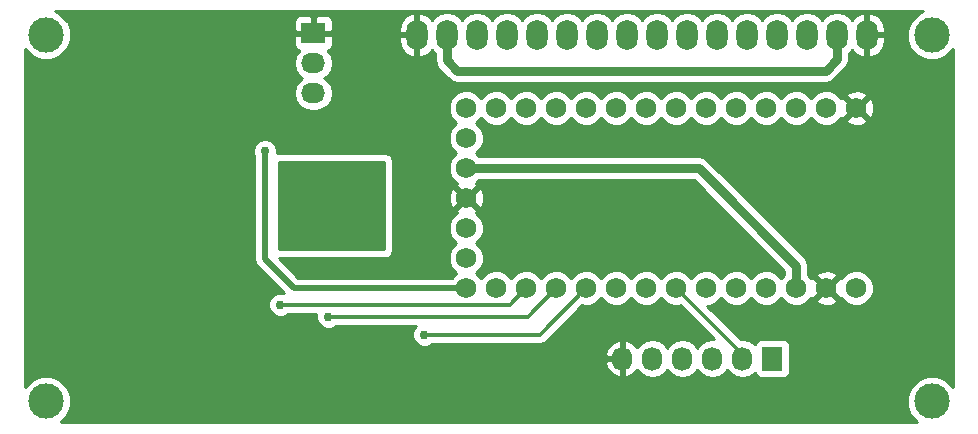
<source format=gbl>
G04 #@! TF.FileFunction,Copper,L2,Bot,Signal*
%FSLAX46Y46*%
G04 Gerber Fmt 4.6, Leading zero omitted, Abs format (unit mm)*
G04 Created by KiCad (PCBNEW 4.0.1-3.201512221402+6198~38~ubuntu14.04.1-stable) date Sat 13 Aug 2016 05:43:18 PM PDT*
%MOMM*%
G01*
G04 APERTURE LIST*
%ADD10C,0.100000*%
%ADD11C,1.727200*%
%ADD12R,1.727200X2.032000*%
%ADD13O,1.727200X2.032000*%
%ADD14O,1.800000X2.600000*%
%ADD15C,3.000000*%
%ADD16R,2.032000X1.727200*%
%ADD17O,2.032000X1.727200*%
%ADD18C,0.762000*%
%ADD19C,0.762000*%
%ADD20C,0.508000*%
%ADD21C,0.330200*%
%ADD22C,0.254000*%
G04 APERTURE END LIST*
D10*
D11*
X168910000Y-106045000D03*
X166370000Y-106045000D03*
X163830000Y-106045000D03*
X161290000Y-106045000D03*
X158750000Y-106045000D03*
X156210000Y-106045000D03*
X153670000Y-106045000D03*
X151130000Y-106045000D03*
X148590000Y-106045000D03*
X146050000Y-106045000D03*
X143510000Y-106045000D03*
X140970000Y-106045000D03*
X138430000Y-106045000D03*
X135890000Y-106045000D03*
X135890000Y-108585000D03*
X135890000Y-111125000D03*
X135890000Y-113665000D03*
X135890000Y-116205000D03*
X135890000Y-118745000D03*
X135890000Y-121285000D03*
X143510000Y-121285000D03*
X163830000Y-121285000D03*
X148590000Y-121285000D03*
X146050000Y-121285000D03*
X166370000Y-121285000D03*
X158750000Y-121285000D03*
X168910000Y-121285000D03*
X156210000Y-121285000D03*
X153670000Y-121285000D03*
X151130000Y-121285000D03*
X161290000Y-121285000D03*
X138430000Y-121285000D03*
X140970000Y-121285000D03*
D12*
X161798000Y-127254000D03*
D13*
X159258000Y-127254000D03*
X156718000Y-127254000D03*
X154178000Y-127254000D03*
X151638000Y-127254000D03*
X149098000Y-127254000D03*
D14*
X169801540Y-99855020D03*
X167261540Y-99855020D03*
X164721540Y-99855020D03*
X162181540Y-99855020D03*
X159641540Y-99855020D03*
X157101540Y-99855020D03*
X154561540Y-99855020D03*
X152021540Y-99855020D03*
X149481540Y-99855020D03*
X146941540Y-99855020D03*
X144401540Y-99855020D03*
X141861540Y-99855020D03*
X139321540Y-99855020D03*
X136781540Y-99855020D03*
X134241540Y-99855020D03*
X131701540Y-99855020D03*
D15*
X175300640Y-99855020D03*
X175300640Y-130855720D03*
X100302060Y-130855720D03*
X100302060Y-99855020D03*
D16*
X122936000Y-99695000D03*
D17*
X122936000Y-102235000D03*
X122936000Y-104775000D03*
D18*
X128016000Y-111252000D03*
X124206000Y-117505120D03*
X120650000Y-112014000D03*
X118829000Y-109685000D03*
X124206000Y-123698000D03*
X132334000Y-125222000D03*
X120142000Y-122682000D03*
D19*
X155575000Y-111125000D02*
X163830000Y-119380000D01*
X163830000Y-119380000D02*
X163830000Y-121285000D01*
X135890000Y-111125000D02*
X155575000Y-111125000D01*
D20*
X118829000Y-118829000D02*
X121285000Y-121285000D01*
X121285000Y-121285000D02*
X135890000Y-121285000D01*
X118829000Y-109685000D02*
X118829000Y-118829000D01*
D21*
X124206000Y-123698000D02*
X141097000Y-123698000D01*
X141097000Y-123698000D02*
X143510000Y-121285000D01*
X146050000Y-121285000D02*
X142113000Y-125222000D01*
X142113000Y-125222000D02*
X141391478Y-125222000D01*
X141391478Y-125222000D02*
X132334000Y-125222000D01*
D19*
X135128000Y-102870000D02*
X134241540Y-101983540D01*
X134241540Y-101983540D02*
X134241540Y-99855020D01*
X166308560Y-102870000D02*
X135128000Y-102870000D01*
X167261540Y-99855020D02*
X167261540Y-101917020D01*
X167261540Y-101917020D02*
X166308560Y-102870000D01*
D21*
X153670000Y-121285000D02*
X159258000Y-126873000D01*
X159258000Y-126873000D02*
X159258000Y-127254000D01*
X120142000Y-122682000D02*
X139573000Y-122682000D01*
X139573000Y-122682000D02*
X140970000Y-121285000D01*
D22*
G36*
X174092840Y-98044000D02*
X173491731Y-98644061D01*
X173166012Y-99428479D01*
X173165270Y-100277835D01*
X173489620Y-101062820D01*
X174089681Y-101663929D01*
X174874099Y-101989648D01*
X175723455Y-101990390D01*
X176508440Y-101666040D01*
X177090000Y-101085494D01*
X177090000Y-129626222D01*
X176511599Y-129046811D01*
X175727181Y-128721092D01*
X174877825Y-128720350D01*
X174092840Y-129044700D01*
X173491731Y-129644761D01*
X173166012Y-130429179D01*
X173165270Y-131278535D01*
X173489620Y-132063520D01*
X174065095Y-132640000D01*
X101536647Y-132640000D01*
X102110969Y-132066679D01*
X102436688Y-131282261D01*
X102437430Y-130432905D01*
X102113080Y-129647920D01*
X101513019Y-129046811D01*
X100728601Y-128721092D01*
X99879245Y-128720350D01*
X99094260Y-129044700D01*
X98500000Y-129637924D01*
X98500000Y-127615913D01*
X147612816Y-127615913D01*
X147806046Y-128168320D01*
X148195964Y-128604732D01*
X148723209Y-128858709D01*
X148738974Y-128861358D01*
X148971000Y-128740217D01*
X148971000Y-127381000D01*
X147757076Y-127381000D01*
X147612816Y-127615913D01*
X98500000Y-127615913D01*
X98500000Y-126892087D01*
X147612816Y-126892087D01*
X147757076Y-127127000D01*
X148971000Y-127127000D01*
X148971000Y-125767783D01*
X148738974Y-125646642D01*
X148723209Y-125649291D01*
X148195964Y-125903268D01*
X147806046Y-126339680D01*
X147612816Y-126892087D01*
X98500000Y-126892087D01*
X98500000Y-109886208D01*
X117812824Y-109886208D01*
X117940000Y-110193997D01*
X117940000Y-118829000D01*
X118007671Y-119169206D01*
X118148519Y-119380000D01*
X118200382Y-119457618D01*
X120454356Y-121711592D01*
X120344982Y-121666176D01*
X119940792Y-121665824D01*
X119567234Y-121820175D01*
X119281179Y-122105731D01*
X119126176Y-122479018D01*
X119125824Y-122883208D01*
X119280175Y-123256766D01*
X119565731Y-123542821D01*
X119939018Y-123697824D01*
X120343208Y-123698176D01*
X120716766Y-123543825D01*
X120778599Y-123482100D01*
X123195540Y-123482100D01*
X123190176Y-123495018D01*
X123189824Y-123899208D01*
X123344175Y-124272766D01*
X123629731Y-124558821D01*
X124003018Y-124713824D01*
X124407208Y-124714176D01*
X124780766Y-124559825D01*
X124842599Y-124498100D01*
X131621068Y-124498100D01*
X131473179Y-124645731D01*
X131318176Y-125019018D01*
X131317824Y-125423208D01*
X131472175Y-125796766D01*
X131757731Y-126082821D01*
X132131018Y-126237824D01*
X132535208Y-126238176D01*
X132908766Y-126083825D01*
X132970599Y-126022100D01*
X142113000Y-126022100D01*
X142419185Y-125961196D01*
X142678756Y-125787756D01*
X145702957Y-122763555D01*
X145750602Y-122783339D01*
X146346782Y-122783859D01*
X146897780Y-122556192D01*
X147319710Y-122134997D01*
X147320095Y-122134069D01*
X147740003Y-122554710D01*
X148290602Y-122783339D01*
X148886782Y-122783859D01*
X149437780Y-122556192D01*
X149859710Y-122134997D01*
X149860095Y-122134069D01*
X150280003Y-122554710D01*
X150830602Y-122783339D01*
X151426782Y-122783859D01*
X151977780Y-122556192D01*
X152399710Y-122134997D01*
X152400095Y-122134069D01*
X152820003Y-122554710D01*
X153370602Y-122783339D01*
X153966782Y-122783859D01*
X154016715Y-122763227D01*
X156850499Y-125597011D01*
X156718000Y-125570655D01*
X156144511Y-125684729D01*
X155658330Y-126009585D01*
X155448000Y-126324366D01*
X155237670Y-126009585D01*
X154751489Y-125684729D01*
X154178000Y-125570655D01*
X153604511Y-125684729D01*
X153118330Y-126009585D01*
X152908000Y-126324366D01*
X152697670Y-126009585D01*
X152211489Y-125684729D01*
X151638000Y-125570655D01*
X151064511Y-125684729D01*
X150578330Y-126009585D01*
X150371539Y-126319069D01*
X150000036Y-125903268D01*
X149472791Y-125649291D01*
X149457026Y-125646642D01*
X149225000Y-125767783D01*
X149225000Y-127127000D01*
X149245000Y-127127000D01*
X149245000Y-127381000D01*
X149225000Y-127381000D01*
X149225000Y-128740217D01*
X149457026Y-128861358D01*
X149472791Y-128858709D01*
X150000036Y-128604732D01*
X150371539Y-128188931D01*
X150578330Y-128498415D01*
X151064511Y-128823271D01*
X151638000Y-128937345D01*
X152211489Y-128823271D01*
X152697670Y-128498415D01*
X152908000Y-128183634D01*
X153118330Y-128498415D01*
X153604511Y-128823271D01*
X154178000Y-128937345D01*
X154751489Y-128823271D01*
X155237670Y-128498415D01*
X155448000Y-128183634D01*
X155658330Y-128498415D01*
X156144511Y-128823271D01*
X156718000Y-128937345D01*
X157291489Y-128823271D01*
X157777670Y-128498415D01*
X157988000Y-128183634D01*
X158198330Y-128498415D01*
X158684511Y-128823271D01*
X159258000Y-128937345D01*
X159831489Y-128823271D01*
X160317670Y-128498415D01*
X160327243Y-128484087D01*
X160331238Y-128505317D01*
X160470310Y-128721441D01*
X160682510Y-128866431D01*
X160934400Y-128917440D01*
X162661600Y-128917440D01*
X162896917Y-128873162D01*
X163113041Y-128734090D01*
X163258031Y-128521890D01*
X163309040Y-128270000D01*
X163309040Y-126238000D01*
X163264762Y-126002683D01*
X163125690Y-125786559D01*
X162913490Y-125641569D01*
X162661600Y-125590560D01*
X160934400Y-125590560D01*
X160699083Y-125634838D01*
X160482959Y-125773910D01*
X160337969Y-125986110D01*
X160329600Y-126027439D01*
X160317670Y-126009585D01*
X159831489Y-125684729D01*
X159258000Y-125570655D01*
X159115510Y-125598998D01*
X156300191Y-122783679D01*
X156506782Y-122783859D01*
X157057780Y-122556192D01*
X157479710Y-122134997D01*
X157480095Y-122134069D01*
X157900003Y-122554710D01*
X158450602Y-122783339D01*
X159046782Y-122783859D01*
X159597780Y-122556192D01*
X160019710Y-122134997D01*
X160020095Y-122134069D01*
X160440003Y-122554710D01*
X160990602Y-122783339D01*
X161586782Y-122783859D01*
X162137780Y-122556192D01*
X162559710Y-122134997D01*
X162560095Y-122134069D01*
X162980003Y-122554710D01*
X163530602Y-122783339D01*
X164126782Y-122783859D01*
X164677780Y-122556192D01*
X164895546Y-122338805D01*
X165495800Y-122338805D01*
X165577741Y-122591516D01*
X166138030Y-122795248D01*
X166733635Y-122769058D01*
X167162259Y-122591516D01*
X167244200Y-122338805D01*
X166370000Y-121464605D01*
X165495800Y-122338805D01*
X164895546Y-122338805D01*
X165099710Y-122134997D01*
X165116541Y-122094463D01*
X165316195Y-122159200D01*
X166190395Y-121285000D01*
X166549605Y-121285000D01*
X167423805Y-122159200D01*
X167623033Y-122094601D01*
X167638808Y-122132780D01*
X168060003Y-122554710D01*
X168610602Y-122783339D01*
X169206782Y-122783859D01*
X169757780Y-122556192D01*
X170179710Y-122134997D01*
X170408339Y-121584398D01*
X170408859Y-120988218D01*
X170181192Y-120437220D01*
X169759997Y-120015290D01*
X169209398Y-119786661D01*
X168613218Y-119786141D01*
X168062220Y-120013808D01*
X167640290Y-120435003D01*
X167623459Y-120475537D01*
X167423805Y-120410800D01*
X166549605Y-121285000D01*
X166190395Y-121285000D01*
X165316195Y-120410800D01*
X165116967Y-120475399D01*
X165101192Y-120437220D01*
X164895526Y-120231195D01*
X165495800Y-120231195D01*
X166370000Y-121105395D01*
X167244200Y-120231195D01*
X167162259Y-119978484D01*
X166601970Y-119774752D01*
X166006365Y-119800942D01*
X165577741Y-119978484D01*
X165495800Y-120231195D01*
X164895526Y-120231195D01*
X164846000Y-120181583D01*
X164846000Y-119380000D01*
X164768662Y-118991194D01*
X164768662Y-118991193D01*
X164548421Y-118661580D01*
X156293420Y-110406580D01*
X155963807Y-110186338D01*
X155899300Y-110173507D01*
X155575000Y-110109000D01*
X136993265Y-110109000D01*
X136739997Y-109855290D01*
X136739069Y-109854905D01*
X137159710Y-109434997D01*
X137388339Y-108884398D01*
X137388859Y-108288218D01*
X137161192Y-107737220D01*
X136739997Y-107315290D01*
X136739069Y-107314905D01*
X137159710Y-106894997D01*
X137160095Y-106894069D01*
X137580003Y-107314710D01*
X138130602Y-107543339D01*
X138726782Y-107543859D01*
X139277780Y-107316192D01*
X139699710Y-106894997D01*
X139700095Y-106894069D01*
X140120003Y-107314710D01*
X140670602Y-107543339D01*
X141266782Y-107543859D01*
X141817780Y-107316192D01*
X142239710Y-106894997D01*
X142240095Y-106894069D01*
X142660003Y-107314710D01*
X143210602Y-107543339D01*
X143806782Y-107543859D01*
X144357780Y-107316192D01*
X144779710Y-106894997D01*
X144780095Y-106894069D01*
X145200003Y-107314710D01*
X145750602Y-107543339D01*
X146346782Y-107543859D01*
X146897780Y-107316192D01*
X147319710Y-106894997D01*
X147320095Y-106894069D01*
X147740003Y-107314710D01*
X148290602Y-107543339D01*
X148886782Y-107543859D01*
X149437780Y-107316192D01*
X149859710Y-106894997D01*
X149860095Y-106894069D01*
X150280003Y-107314710D01*
X150830602Y-107543339D01*
X151426782Y-107543859D01*
X151977780Y-107316192D01*
X152399710Y-106894997D01*
X152400095Y-106894069D01*
X152820003Y-107314710D01*
X153370602Y-107543339D01*
X153966782Y-107543859D01*
X154517780Y-107316192D01*
X154939710Y-106894997D01*
X154940095Y-106894069D01*
X155360003Y-107314710D01*
X155910602Y-107543339D01*
X156506782Y-107543859D01*
X157057780Y-107316192D01*
X157479710Y-106894997D01*
X157480095Y-106894069D01*
X157900003Y-107314710D01*
X158450602Y-107543339D01*
X159046782Y-107543859D01*
X159597780Y-107316192D01*
X160019710Y-106894997D01*
X160020095Y-106894069D01*
X160440003Y-107314710D01*
X160990602Y-107543339D01*
X161586782Y-107543859D01*
X162137780Y-107316192D01*
X162559710Y-106894997D01*
X162560095Y-106894069D01*
X162980003Y-107314710D01*
X163530602Y-107543339D01*
X164126782Y-107543859D01*
X164677780Y-107316192D01*
X165099710Y-106894997D01*
X165100095Y-106894069D01*
X165520003Y-107314710D01*
X166070602Y-107543339D01*
X166666782Y-107543859D01*
X167217780Y-107316192D01*
X167435546Y-107098805D01*
X168035800Y-107098805D01*
X168117741Y-107351516D01*
X168678030Y-107555248D01*
X169273635Y-107529058D01*
X169702259Y-107351516D01*
X169784200Y-107098805D01*
X168910000Y-106224605D01*
X168035800Y-107098805D01*
X167435546Y-107098805D01*
X167639710Y-106894997D01*
X167656541Y-106854463D01*
X167856195Y-106919200D01*
X168730395Y-106045000D01*
X169089605Y-106045000D01*
X169963805Y-106919200D01*
X170216516Y-106837259D01*
X170420248Y-106276970D01*
X170394058Y-105681365D01*
X170216516Y-105252741D01*
X169963805Y-105170800D01*
X169089605Y-106045000D01*
X168730395Y-106045000D01*
X167856195Y-105170800D01*
X167656967Y-105235399D01*
X167641192Y-105197220D01*
X167435526Y-104991195D01*
X168035800Y-104991195D01*
X168910000Y-105865395D01*
X169784200Y-104991195D01*
X169702259Y-104738484D01*
X169141970Y-104534752D01*
X168546365Y-104560942D01*
X168117741Y-104738484D01*
X168035800Y-104991195D01*
X167435526Y-104991195D01*
X167219997Y-104775290D01*
X166669398Y-104546661D01*
X166073218Y-104546141D01*
X165522220Y-104773808D01*
X165100290Y-105195003D01*
X165099905Y-105195931D01*
X164679997Y-104775290D01*
X164129398Y-104546661D01*
X163533218Y-104546141D01*
X162982220Y-104773808D01*
X162560290Y-105195003D01*
X162559905Y-105195931D01*
X162139997Y-104775290D01*
X161589398Y-104546661D01*
X160993218Y-104546141D01*
X160442220Y-104773808D01*
X160020290Y-105195003D01*
X160019905Y-105195931D01*
X159599997Y-104775290D01*
X159049398Y-104546661D01*
X158453218Y-104546141D01*
X157902220Y-104773808D01*
X157480290Y-105195003D01*
X157479905Y-105195931D01*
X157059997Y-104775290D01*
X156509398Y-104546661D01*
X155913218Y-104546141D01*
X155362220Y-104773808D01*
X154940290Y-105195003D01*
X154939905Y-105195931D01*
X154519997Y-104775290D01*
X153969398Y-104546661D01*
X153373218Y-104546141D01*
X152822220Y-104773808D01*
X152400290Y-105195003D01*
X152399905Y-105195931D01*
X151979997Y-104775290D01*
X151429398Y-104546661D01*
X150833218Y-104546141D01*
X150282220Y-104773808D01*
X149860290Y-105195003D01*
X149859905Y-105195931D01*
X149439997Y-104775290D01*
X148889398Y-104546661D01*
X148293218Y-104546141D01*
X147742220Y-104773808D01*
X147320290Y-105195003D01*
X147319905Y-105195931D01*
X146899997Y-104775290D01*
X146349398Y-104546661D01*
X145753218Y-104546141D01*
X145202220Y-104773808D01*
X144780290Y-105195003D01*
X144779905Y-105195931D01*
X144359997Y-104775290D01*
X143809398Y-104546661D01*
X143213218Y-104546141D01*
X142662220Y-104773808D01*
X142240290Y-105195003D01*
X142239905Y-105195931D01*
X141819997Y-104775290D01*
X141269398Y-104546661D01*
X140673218Y-104546141D01*
X140122220Y-104773808D01*
X139700290Y-105195003D01*
X139699905Y-105195931D01*
X139279997Y-104775290D01*
X138729398Y-104546661D01*
X138133218Y-104546141D01*
X137582220Y-104773808D01*
X137160290Y-105195003D01*
X137159905Y-105195931D01*
X136739997Y-104775290D01*
X136189398Y-104546661D01*
X135593218Y-104546141D01*
X135042220Y-104773808D01*
X134620290Y-105195003D01*
X134391661Y-105745602D01*
X134391141Y-106341782D01*
X134618808Y-106892780D01*
X135040003Y-107314710D01*
X135040931Y-107315095D01*
X134620290Y-107735003D01*
X134391661Y-108285602D01*
X134391141Y-108881782D01*
X134618808Y-109432780D01*
X135040003Y-109854710D01*
X135040931Y-109855095D01*
X134620290Y-110275003D01*
X134391661Y-110825602D01*
X134391141Y-111421782D01*
X134618808Y-111972780D01*
X135040003Y-112394710D01*
X135080537Y-112411541D01*
X135015800Y-112611195D01*
X135890000Y-113485395D01*
X136764200Y-112611195D01*
X136699601Y-112411967D01*
X136737780Y-112396192D01*
X136993417Y-112141000D01*
X155154160Y-112141000D01*
X162814000Y-119800841D01*
X162814000Y-120181735D01*
X162560290Y-120435003D01*
X162559905Y-120435931D01*
X162139997Y-120015290D01*
X161589398Y-119786661D01*
X160993218Y-119786141D01*
X160442220Y-120013808D01*
X160020290Y-120435003D01*
X160019905Y-120435931D01*
X159599997Y-120015290D01*
X159049398Y-119786661D01*
X158453218Y-119786141D01*
X157902220Y-120013808D01*
X157480290Y-120435003D01*
X157479905Y-120435931D01*
X157059997Y-120015290D01*
X156509398Y-119786661D01*
X155913218Y-119786141D01*
X155362220Y-120013808D01*
X154940290Y-120435003D01*
X154939905Y-120435931D01*
X154519997Y-120015290D01*
X153969398Y-119786661D01*
X153373218Y-119786141D01*
X152822220Y-120013808D01*
X152400290Y-120435003D01*
X152399905Y-120435931D01*
X151979997Y-120015290D01*
X151429398Y-119786661D01*
X150833218Y-119786141D01*
X150282220Y-120013808D01*
X149860290Y-120435003D01*
X149859905Y-120435931D01*
X149439997Y-120015290D01*
X148889398Y-119786661D01*
X148293218Y-119786141D01*
X147742220Y-120013808D01*
X147320290Y-120435003D01*
X147319905Y-120435931D01*
X146899997Y-120015290D01*
X146349398Y-119786661D01*
X145753218Y-119786141D01*
X145202220Y-120013808D01*
X144780290Y-120435003D01*
X144779905Y-120435931D01*
X144359997Y-120015290D01*
X143809398Y-119786661D01*
X143213218Y-119786141D01*
X142662220Y-120013808D01*
X142240290Y-120435003D01*
X142239905Y-120435931D01*
X141819997Y-120015290D01*
X141269398Y-119786661D01*
X140673218Y-119786141D01*
X140122220Y-120013808D01*
X139700290Y-120435003D01*
X139699905Y-120435931D01*
X139279997Y-120015290D01*
X138729398Y-119786661D01*
X138133218Y-119786141D01*
X137582220Y-120013808D01*
X137160290Y-120435003D01*
X137159905Y-120435931D01*
X136739997Y-120015290D01*
X136739069Y-120014905D01*
X137159710Y-119594997D01*
X137388339Y-119044398D01*
X137388859Y-118448218D01*
X137161192Y-117897220D01*
X136739997Y-117475290D01*
X136739069Y-117474905D01*
X137159710Y-117054997D01*
X137388339Y-116504398D01*
X137388859Y-115908218D01*
X137161192Y-115357220D01*
X136739997Y-114935290D01*
X136699463Y-114918459D01*
X136764200Y-114718805D01*
X135890000Y-113844605D01*
X135015800Y-114718805D01*
X135080399Y-114918033D01*
X135042220Y-114933808D01*
X134620290Y-115355003D01*
X134391661Y-115905602D01*
X134391141Y-116501782D01*
X134618808Y-117052780D01*
X135040003Y-117474710D01*
X135040931Y-117475095D01*
X134620290Y-117895003D01*
X134391661Y-118445602D01*
X134391141Y-119041782D01*
X134618808Y-119592780D01*
X135040003Y-120014710D01*
X135040931Y-120015095D01*
X134659361Y-120396000D01*
X121653236Y-120396000D01*
X120002236Y-118745000D01*
X129032000Y-118745000D01*
X129262795Y-118701573D01*
X129474767Y-118565173D01*
X129616971Y-118357051D01*
X129667000Y-118110000D01*
X129667000Y-113433030D01*
X134379752Y-113433030D01*
X134405942Y-114028635D01*
X134583484Y-114457259D01*
X134836195Y-114539200D01*
X135710395Y-113665000D01*
X136069605Y-113665000D01*
X136943805Y-114539200D01*
X137196516Y-114457259D01*
X137400248Y-113896970D01*
X137374058Y-113301365D01*
X137196516Y-112872741D01*
X136943805Y-112790800D01*
X136069605Y-113665000D01*
X135710395Y-113665000D01*
X134836195Y-112790800D01*
X134583484Y-112872741D01*
X134379752Y-113433030D01*
X129667000Y-113433030D01*
X129667000Y-110490000D01*
X129623573Y-110259205D01*
X129487173Y-110047233D01*
X129279051Y-109905029D01*
X129032000Y-109855000D01*
X119888000Y-109855000D01*
X119844846Y-109863120D01*
X119845176Y-109483792D01*
X119690825Y-109110234D01*
X119405269Y-108824179D01*
X119031982Y-108669176D01*
X118627792Y-108668824D01*
X118254234Y-108823175D01*
X117968179Y-109108731D01*
X117813176Y-109482018D01*
X117812824Y-109886208D01*
X98500000Y-109886208D01*
X98500000Y-102235000D01*
X121252655Y-102235000D01*
X121366729Y-102808489D01*
X121691585Y-103294670D01*
X122006366Y-103505000D01*
X121691585Y-103715330D01*
X121366729Y-104201511D01*
X121252655Y-104775000D01*
X121366729Y-105348489D01*
X121691585Y-105834670D01*
X122177766Y-106159526D01*
X122751255Y-106273600D01*
X123120745Y-106273600D01*
X123694234Y-106159526D01*
X124180415Y-105834670D01*
X124505271Y-105348489D01*
X124619345Y-104775000D01*
X124505271Y-104201511D01*
X124180415Y-103715330D01*
X123865634Y-103505000D01*
X124180415Y-103294670D01*
X124505271Y-102808489D01*
X124619345Y-102235000D01*
X124505271Y-101661511D01*
X124180415Y-101175330D01*
X124158220Y-101160500D01*
X124311698Y-101096927D01*
X124490327Y-100918299D01*
X124587000Y-100684910D01*
X124587000Y-99982020D01*
X130166540Y-99982020D01*
X130166540Y-100382020D01*
X130331986Y-100959772D01*
X130705934Y-101430232D01*
X131231454Y-101721776D01*
X131336800Y-101746056D01*
X131574540Y-101625398D01*
X131574540Y-99982020D01*
X130166540Y-99982020D01*
X124587000Y-99982020D01*
X124587000Y-99980750D01*
X124428250Y-99822000D01*
X123063000Y-99822000D01*
X123063000Y-99842000D01*
X122809000Y-99842000D01*
X122809000Y-99822000D01*
X121443750Y-99822000D01*
X121285000Y-99980750D01*
X121285000Y-100684910D01*
X121381673Y-100918299D01*
X121560302Y-101096927D01*
X121713780Y-101160500D01*
X121691585Y-101175330D01*
X121366729Y-101661511D01*
X121252655Y-102235000D01*
X98500000Y-102235000D01*
X98500000Y-101071796D01*
X99091101Y-101663929D01*
X99875519Y-101989648D01*
X100724875Y-101990390D01*
X101509860Y-101666040D01*
X102110969Y-101065979D01*
X102436688Y-100281561D01*
X102437430Y-99432205D01*
X102136992Y-98705090D01*
X121285000Y-98705090D01*
X121285000Y-99409250D01*
X121443750Y-99568000D01*
X122809000Y-99568000D01*
X122809000Y-98355150D01*
X123063000Y-98355150D01*
X123063000Y-99568000D01*
X124428250Y-99568000D01*
X124587000Y-99409250D01*
X124587000Y-99328020D01*
X130166540Y-99328020D01*
X130166540Y-99728020D01*
X131574540Y-99728020D01*
X131574540Y-98084642D01*
X131828540Y-98084642D01*
X131828540Y-99728020D01*
X131848540Y-99728020D01*
X131848540Y-99982020D01*
X131828540Y-99982020D01*
X131828540Y-101625398D01*
X132066280Y-101746056D01*
X132171626Y-101721776D01*
X132697146Y-101430232D01*
X132965348Y-101092810D01*
X133156131Y-101378338D01*
X133225540Y-101424716D01*
X133225540Y-101983540D01*
X133289646Y-102305826D01*
X133302878Y-102372347D01*
X133523120Y-102701960D01*
X134409580Y-103588421D01*
X134739193Y-103808662D01*
X134803700Y-103821493D01*
X135128000Y-103886000D01*
X166308560Y-103886000D01*
X166632860Y-103821493D01*
X166697367Y-103808662D01*
X167026980Y-103588420D01*
X167979960Y-102635441D01*
X168155754Y-102372347D01*
X168200202Y-102305826D01*
X168277540Y-101917020D01*
X168277540Y-101424716D01*
X168346949Y-101378338D01*
X168537732Y-101092810D01*
X168805934Y-101430232D01*
X169331454Y-101721776D01*
X169436800Y-101746056D01*
X169674540Y-101625398D01*
X169674540Y-99982020D01*
X169928540Y-99982020D01*
X169928540Y-101625398D01*
X170166280Y-101746056D01*
X170271626Y-101721776D01*
X170797146Y-101430232D01*
X171171094Y-100959772D01*
X171336540Y-100382020D01*
X171336540Y-99982020D01*
X169928540Y-99982020D01*
X169674540Y-99982020D01*
X169654540Y-99982020D01*
X169654540Y-99728020D01*
X169674540Y-99728020D01*
X169674540Y-98084642D01*
X169928540Y-98084642D01*
X169928540Y-99728020D01*
X171336540Y-99728020D01*
X171336540Y-99328020D01*
X171171094Y-98750268D01*
X170797146Y-98279808D01*
X170271626Y-97988264D01*
X170166280Y-97963984D01*
X169928540Y-98084642D01*
X169674540Y-98084642D01*
X169436800Y-97963984D01*
X169331454Y-97988264D01*
X168805934Y-98279808D01*
X168537732Y-98617230D01*
X168346949Y-98331702D01*
X167848959Y-97998956D01*
X167261540Y-97882111D01*
X166674121Y-97998956D01*
X166176131Y-98331702D01*
X165991540Y-98607962D01*
X165806949Y-98331702D01*
X165308959Y-97998956D01*
X164721540Y-97882111D01*
X164134121Y-97998956D01*
X163636131Y-98331702D01*
X163451540Y-98607962D01*
X163266949Y-98331702D01*
X162768959Y-97998956D01*
X162181540Y-97882111D01*
X161594121Y-97998956D01*
X161096131Y-98331702D01*
X160911540Y-98607962D01*
X160726949Y-98331702D01*
X160228959Y-97998956D01*
X159641540Y-97882111D01*
X159054121Y-97998956D01*
X158556131Y-98331702D01*
X158371540Y-98607962D01*
X158186949Y-98331702D01*
X157688959Y-97998956D01*
X157101540Y-97882111D01*
X156514121Y-97998956D01*
X156016131Y-98331702D01*
X155831540Y-98607962D01*
X155646949Y-98331702D01*
X155148959Y-97998956D01*
X154561540Y-97882111D01*
X153974121Y-97998956D01*
X153476131Y-98331702D01*
X153291540Y-98607962D01*
X153106949Y-98331702D01*
X152608959Y-97998956D01*
X152021540Y-97882111D01*
X151434121Y-97998956D01*
X150936131Y-98331702D01*
X150751540Y-98607962D01*
X150566949Y-98331702D01*
X150068959Y-97998956D01*
X149481540Y-97882111D01*
X148894121Y-97998956D01*
X148396131Y-98331702D01*
X148211540Y-98607962D01*
X148026949Y-98331702D01*
X147528959Y-97998956D01*
X146941540Y-97882111D01*
X146354121Y-97998956D01*
X145856131Y-98331702D01*
X145671540Y-98607962D01*
X145486949Y-98331702D01*
X144988959Y-97998956D01*
X144401540Y-97882111D01*
X143814121Y-97998956D01*
X143316131Y-98331702D01*
X143131540Y-98607962D01*
X142946949Y-98331702D01*
X142448959Y-97998956D01*
X141861540Y-97882111D01*
X141274121Y-97998956D01*
X140776131Y-98331702D01*
X140591540Y-98607962D01*
X140406949Y-98331702D01*
X139908959Y-97998956D01*
X139321540Y-97882111D01*
X138734121Y-97998956D01*
X138236131Y-98331702D01*
X138051540Y-98607962D01*
X137866949Y-98331702D01*
X137368959Y-97998956D01*
X136781540Y-97882111D01*
X136194121Y-97998956D01*
X135696131Y-98331702D01*
X135511540Y-98607962D01*
X135326949Y-98331702D01*
X134828959Y-97998956D01*
X134241540Y-97882111D01*
X133654121Y-97998956D01*
X133156131Y-98331702D01*
X132965348Y-98617230D01*
X132697146Y-98279808D01*
X132171626Y-97988264D01*
X132066280Y-97963984D01*
X131828540Y-98084642D01*
X131574540Y-98084642D01*
X131336800Y-97963984D01*
X131231454Y-97988264D01*
X130705934Y-98279808D01*
X130331986Y-98750268D01*
X130166540Y-99328020D01*
X124587000Y-99328020D01*
X124587000Y-98705090D01*
X124490327Y-98471701D01*
X124311698Y-98293073D01*
X124078309Y-98196400D01*
X123221750Y-98196400D01*
X123063000Y-98355150D01*
X122809000Y-98355150D01*
X122650250Y-98196400D01*
X121793691Y-98196400D01*
X121560302Y-98293073D01*
X121381673Y-98471701D01*
X121285000Y-98705090D01*
X102136992Y-98705090D01*
X102113080Y-98647220D01*
X101513019Y-98046111D01*
X101076856Y-97865000D01*
X174526052Y-97865000D01*
X174092840Y-98044000D01*
X174092840Y-98044000D01*
G37*
X174092840Y-98044000D02*
X173491731Y-98644061D01*
X173166012Y-99428479D01*
X173165270Y-100277835D01*
X173489620Y-101062820D01*
X174089681Y-101663929D01*
X174874099Y-101989648D01*
X175723455Y-101990390D01*
X176508440Y-101666040D01*
X177090000Y-101085494D01*
X177090000Y-129626222D01*
X176511599Y-129046811D01*
X175727181Y-128721092D01*
X174877825Y-128720350D01*
X174092840Y-129044700D01*
X173491731Y-129644761D01*
X173166012Y-130429179D01*
X173165270Y-131278535D01*
X173489620Y-132063520D01*
X174065095Y-132640000D01*
X101536647Y-132640000D01*
X102110969Y-132066679D01*
X102436688Y-131282261D01*
X102437430Y-130432905D01*
X102113080Y-129647920D01*
X101513019Y-129046811D01*
X100728601Y-128721092D01*
X99879245Y-128720350D01*
X99094260Y-129044700D01*
X98500000Y-129637924D01*
X98500000Y-127615913D01*
X147612816Y-127615913D01*
X147806046Y-128168320D01*
X148195964Y-128604732D01*
X148723209Y-128858709D01*
X148738974Y-128861358D01*
X148971000Y-128740217D01*
X148971000Y-127381000D01*
X147757076Y-127381000D01*
X147612816Y-127615913D01*
X98500000Y-127615913D01*
X98500000Y-126892087D01*
X147612816Y-126892087D01*
X147757076Y-127127000D01*
X148971000Y-127127000D01*
X148971000Y-125767783D01*
X148738974Y-125646642D01*
X148723209Y-125649291D01*
X148195964Y-125903268D01*
X147806046Y-126339680D01*
X147612816Y-126892087D01*
X98500000Y-126892087D01*
X98500000Y-109886208D01*
X117812824Y-109886208D01*
X117940000Y-110193997D01*
X117940000Y-118829000D01*
X118007671Y-119169206D01*
X118148519Y-119380000D01*
X118200382Y-119457618D01*
X120454356Y-121711592D01*
X120344982Y-121666176D01*
X119940792Y-121665824D01*
X119567234Y-121820175D01*
X119281179Y-122105731D01*
X119126176Y-122479018D01*
X119125824Y-122883208D01*
X119280175Y-123256766D01*
X119565731Y-123542821D01*
X119939018Y-123697824D01*
X120343208Y-123698176D01*
X120716766Y-123543825D01*
X120778599Y-123482100D01*
X123195540Y-123482100D01*
X123190176Y-123495018D01*
X123189824Y-123899208D01*
X123344175Y-124272766D01*
X123629731Y-124558821D01*
X124003018Y-124713824D01*
X124407208Y-124714176D01*
X124780766Y-124559825D01*
X124842599Y-124498100D01*
X131621068Y-124498100D01*
X131473179Y-124645731D01*
X131318176Y-125019018D01*
X131317824Y-125423208D01*
X131472175Y-125796766D01*
X131757731Y-126082821D01*
X132131018Y-126237824D01*
X132535208Y-126238176D01*
X132908766Y-126083825D01*
X132970599Y-126022100D01*
X142113000Y-126022100D01*
X142419185Y-125961196D01*
X142678756Y-125787756D01*
X145702957Y-122763555D01*
X145750602Y-122783339D01*
X146346782Y-122783859D01*
X146897780Y-122556192D01*
X147319710Y-122134997D01*
X147320095Y-122134069D01*
X147740003Y-122554710D01*
X148290602Y-122783339D01*
X148886782Y-122783859D01*
X149437780Y-122556192D01*
X149859710Y-122134997D01*
X149860095Y-122134069D01*
X150280003Y-122554710D01*
X150830602Y-122783339D01*
X151426782Y-122783859D01*
X151977780Y-122556192D01*
X152399710Y-122134997D01*
X152400095Y-122134069D01*
X152820003Y-122554710D01*
X153370602Y-122783339D01*
X153966782Y-122783859D01*
X154016715Y-122763227D01*
X156850499Y-125597011D01*
X156718000Y-125570655D01*
X156144511Y-125684729D01*
X155658330Y-126009585D01*
X155448000Y-126324366D01*
X155237670Y-126009585D01*
X154751489Y-125684729D01*
X154178000Y-125570655D01*
X153604511Y-125684729D01*
X153118330Y-126009585D01*
X152908000Y-126324366D01*
X152697670Y-126009585D01*
X152211489Y-125684729D01*
X151638000Y-125570655D01*
X151064511Y-125684729D01*
X150578330Y-126009585D01*
X150371539Y-126319069D01*
X150000036Y-125903268D01*
X149472791Y-125649291D01*
X149457026Y-125646642D01*
X149225000Y-125767783D01*
X149225000Y-127127000D01*
X149245000Y-127127000D01*
X149245000Y-127381000D01*
X149225000Y-127381000D01*
X149225000Y-128740217D01*
X149457026Y-128861358D01*
X149472791Y-128858709D01*
X150000036Y-128604732D01*
X150371539Y-128188931D01*
X150578330Y-128498415D01*
X151064511Y-128823271D01*
X151638000Y-128937345D01*
X152211489Y-128823271D01*
X152697670Y-128498415D01*
X152908000Y-128183634D01*
X153118330Y-128498415D01*
X153604511Y-128823271D01*
X154178000Y-128937345D01*
X154751489Y-128823271D01*
X155237670Y-128498415D01*
X155448000Y-128183634D01*
X155658330Y-128498415D01*
X156144511Y-128823271D01*
X156718000Y-128937345D01*
X157291489Y-128823271D01*
X157777670Y-128498415D01*
X157988000Y-128183634D01*
X158198330Y-128498415D01*
X158684511Y-128823271D01*
X159258000Y-128937345D01*
X159831489Y-128823271D01*
X160317670Y-128498415D01*
X160327243Y-128484087D01*
X160331238Y-128505317D01*
X160470310Y-128721441D01*
X160682510Y-128866431D01*
X160934400Y-128917440D01*
X162661600Y-128917440D01*
X162896917Y-128873162D01*
X163113041Y-128734090D01*
X163258031Y-128521890D01*
X163309040Y-128270000D01*
X163309040Y-126238000D01*
X163264762Y-126002683D01*
X163125690Y-125786559D01*
X162913490Y-125641569D01*
X162661600Y-125590560D01*
X160934400Y-125590560D01*
X160699083Y-125634838D01*
X160482959Y-125773910D01*
X160337969Y-125986110D01*
X160329600Y-126027439D01*
X160317670Y-126009585D01*
X159831489Y-125684729D01*
X159258000Y-125570655D01*
X159115510Y-125598998D01*
X156300191Y-122783679D01*
X156506782Y-122783859D01*
X157057780Y-122556192D01*
X157479710Y-122134997D01*
X157480095Y-122134069D01*
X157900003Y-122554710D01*
X158450602Y-122783339D01*
X159046782Y-122783859D01*
X159597780Y-122556192D01*
X160019710Y-122134997D01*
X160020095Y-122134069D01*
X160440003Y-122554710D01*
X160990602Y-122783339D01*
X161586782Y-122783859D01*
X162137780Y-122556192D01*
X162559710Y-122134997D01*
X162560095Y-122134069D01*
X162980003Y-122554710D01*
X163530602Y-122783339D01*
X164126782Y-122783859D01*
X164677780Y-122556192D01*
X164895546Y-122338805D01*
X165495800Y-122338805D01*
X165577741Y-122591516D01*
X166138030Y-122795248D01*
X166733635Y-122769058D01*
X167162259Y-122591516D01*
X167244200Y-122338805D01*
X166370000Y-121464605D01*
X165495800Y-122338805D01*
X164895546Y-122338805D01*
X165099710Y-122134997D01*
X165116541Y-122094463D01*
X165316195Y-122159200D01*
X166190395Y-121285000D01*
X166549605Y-121285000D01*
X167423805Y-122159200D01*
X167623033Y-122094601D01*
X167638808Y-122132780D01*
X168060003Y-122554710D01*
X168610602Y-122783339D01*
X169206782Y-122783859D01*
X169757780Y-122556192D01*
X170179710Y-122134997D01*
X170408339Y-121584398D01*
X170408859Y-120988218D01*
X170181192Y-120437220D01*
X169759997Y-120015290D01*
X169209398Y-119786661D01*
X168613218Y-119786141D01*
X168062220Y-120013808D01*
X167640290Y-120435003D01*
X167623459Y-120475537D01*
X167423805Y-120410800D01*
X166549605Y-121285000D01*
X166190395Y-121285000D01*
X165316195Y-120410800D01*
X165116967Y-120475399D01*
X165101192Y-120437220D01*
X164895526Y-120231195D01*
X165495800Y-120231195D01*
X166370000Y-121105395D01*
X167244200Y-120231195D01*
X167162259Y-119978484D01*
X166601970Y-119774752D01*
X166006365Y-119800942D01*
X165577741Y-119978484D01*
X165495800Y-120231195D01*
X164895526Y-120231195D01*
X164846000Y-120181583D01*
X164846000Y-119380000D01*
X164768662Y-118991194D01*
X164768662Y-118991193D01*
X164548421Y-118661580D01*
X156293420Y-110406580D01*
X155963807Y-110186338D01*
X155899300Y-110173507D01*
X155575000Y-110109000D01*
X136993265Y-110109000D01*
X136739997Y-109855290D01*
X136739069Y-109854905D01*
X137159710Y-109434997D01*
X137388339Y-108884398D01*
X137388859Y-108288218D01*
X137161192Y-107737220D01*
X136739997Y-107315290D01*
X136739069Y-107314905D01*
X137159710Y-106894997D01*
X137160095Y-106894069D01*
X137580003Y-107314710D01*
X138130602Y-107543339D01*
X138726782Y-107543859D01*
X139277780Y-107316192D01*
X139699710Y-106894997D01*
X139700095Y-106894069D01*
X140120003Y-107314710D01*
X140670602Y-107543339D01*
X141266782Y-107543859D01*
X141817780Y-107316192D01*
X142239710Y-106894997D01*
X142240095Y-106894069D01*
X142660003Y-107314710D01*
X143210602Y-107543339D01*
X143806782Y-107543859D01*
X144357780Y-107316192D01*
X144779710Y-106894997D01*
X144780095Y-106894069D01*
X145200003Y-107314710D01*
X145750602Y-107543339D01*
X146346782Y-107543859D01*
X146897780Y-107316192D01*
X147319710Y-106894997D01*
X147320095Y-106894069D01*
X147740003Y-107314710D01*
X148290602Y-107543339D01*
X148886782Y-107543859D01*
X149437780Y-107316192D01*
X149859710Y-106894997D01*
X149860095Y-106894069D01*
X150280003Y-107314710D01*
X150830602Y-107543339D01*
X151426782Y-107543859D01*
X151977780Y-107316192D01*
X152399710Y-106894997D01*
X152400095Y-106894069D01*
X152820003Y-107314710D01*
X153370602Y-107543339D01*
X153966782Y-107543859D01*
X154517780Y-107316192D01*
X154939710Y-106894997D01*
X154940095Y-106894069D01*
X155360003Y-107314710D01*
X155910602Y-107543339D01*
X156506782Y-107543859D01*
X157057780Y-107316192D01*
X157479710Y-106894997D01*
X157480095Y-106894069D01*
X157900003Y-107314710D01*
X158450602Y-107543339D01*
X159046782Y-107543859D01*
X159597780Y-107316192D01*
X160019710Y-106894997D01*
X160020095Y-106894069D01*
X160440003Y-107314710D01*
X160990602Y-107543339D01*
X161586782Y-107543859D01*
X162137780Y-107316192D01*
X162559710Y-106894997D01*
X162560095Y-106894069D01*
X162980003Y-107314710D01*
X163530602Y-107543339D01*
X164126782Y-107543859D01*
X164677780Y-107316192D01*
X165099710Y-106894997D01*
X165100095Y-106894069D01*
X165520003Y-107314710D01*
X166070602Y-107543339D01*
X166666782Y-107543859D01*
X167217780Y-107316192D01*
X167435546Y-107098805D01*
X168035800Y-107098805D01*
X168117741Y-107351516D01*
X168678030Y-107555248D01*
X169273635Y-107529058D01*
X169702259Y-107351516D01*
X169784200Y-107098805D01*
X168910000Y-106224605D01*
X168035800Y-107098805D01*
X167435546Y-107098805D01*
X167639710Y-106894997D01*
X167656541Y-106854463D01*
X167856195Y-106919200D01*
X168730395Y-106045000D01*
X169089605Y-106045000D01*
X169963805Y-106919200D01*
X170216516Y-106837259D01*
X170420248Y-106276970D01*
X170394058Y-105681365D01*
X170216516Y-105252741D01*
X169963805Y-105170800D01*
X169089605Y-106045000D01*
X168730395Y-106045000D01*
X167856195Y-105170800D01*
X167656967Y-105235399D01*
X167641192Y-105197220D01*
X167435526Y-104991195D01*
X168035800Y-104991195D01*
X168910000Y-105865395D01*
X169784200Y-104991195D01*
X169702259Y-104738484D01*
X169141970Y-104534752D01*
X168546365Y-104560942D01*
X168117741Y-104738484D01*
X168035800Y-104991195D01*
X167435526Y-104991195D01*
X167219997Y-104775290D01*
X166669398Y-104546661D01*
X166073218Y-104546141D01*
X165522220Y-104773808D01*
X165100290Y-105195003D01*
X165099905Y-105195931D01*
X164679997Y-104775290D01*
X164129398Y-104546661D01*
X163533218Y-104546141D01*
X162982220Y-104773808D01*
X162560290Y-105195003D01*
X162559905Y-105195931D01*
X162139997Y-104775290D01*
X161589398Y-104546661D01*
X160993218Y-104546141D01*
X160442220Y-104773808D01*
X160020290Y-105195003D01*
X160019905Y-105195931D01*
X159599997Y-104775290D01*
X159049398Y-104546661D01*
X158453218Y-104546141D01*
X157902220Y-104773808D01*
X157480290Y-105195003D01*
X157479905Y-105195931D01*
X157059997Y-104775290D01*
X156509398Y-104546661D01*
X155913218Y-104546141D01*
X155362220Y-104773808D01*
X154940290Y-105195003D01*
X154939905Y-105195931D01*
X154519997Y-104775290D01*
X153969398Y-104546661D01*
X153373218Y-104546141D01*
X152822220Y-104773808D01*
X152400290Y-105195003D01*
X152399905Y-105195931D01*
X151979997Y-104775290D01*
X151429398Y-104546661D01*
X150833218Y-104546141D01*
X150282220Y-104773808D01*
X149860290Y-105195003D01*
X149859905Y-105195931D01*
X149439997Y-104775290D01*
X148889398Y-104546661D01*
X148293218Y-104546141D01*
X147742220Y-104773808D01*
X147320290Y-105195003D01*
X147319905Y-105195931D01*
X146899997Y-104775290D01*
X146349398Y-104546661D01*
X145753218Y-104546141D01*
X145202220Y-104773808D01*
X144780290Y-105195003D01*
X144779905Y-105195931D01*
X144359997Y-104775290D01*
X143809398Y-104546661D01*
X143213218Y-104546141D01*
X142662220Y-104773808D01*
X142240290Y-105195003D01*
X142239905Y-105195931D01*
X141819997Y-104775290D01*
X141269398Y-104546661D01*
X140673218Y-104546141D01*
X140122220Y-104773808D01*
X139700290Y-105195003D01*
X139699905Y-105195931D01*
X139279997Y-104775290D01*
X138729398Y-104546661D01*
X138133218Y-104546141D01*
X137582220Y-104773808D01*
X137160290Y-105195003D01*
X137159905Y-105195931D01*
X136739997Y-104775290D01*
X136189398Y-104546661D01*
X135593218Y-104546141D01*
X135042220Y-104773808D01*
X134620290Y-105195003D01*
X134391661Y-105745602D01*
X134391141Y-106341782D01*
X134618808Y-106892780D01*
X135040003Y-107314710D01*
X135040931Y-107315095D01*
X134620290Y-107735003D01*
X134391661Y-108285602D01*
X134391141Y-108881782D01*
X134618808Y-109432780D01*
X135040003Y-109854710D01*
X135040931Y-109855095D01*
X134620290Y-110275003D01*
X134391661Y-110825602D01*
X134391141Y-111421782D01*
X134618808Y-111972780D01*
X135040003Y-112394710D01*
X135080537Y-112411541D01*
X135015800Y-112611195D01*
X135890000Y-113485395D01*
X136764200Y-112611195D01*
X136699601Y-112411967D01*
X136737780Y-112396192D01*
X136993417Y-112141000D01*
X155154160Y-112141000D01*
X162814000Y-119800841D01*
X162814000Y-120181735D01*
X162560290Y-120435003D01*
X162559905Y-120435931D01*
X162139997Y-120015290D01*
X161589398Y-119786661D01*
X160993218Y-119786141D01*
X160442220Y-120013808D01*
X160020290Y-120435003D01*
X160019905Y-120435931D01*
X159599997Y-120015290D01*
X159049398Y-119786661D01*
X158453218Y-119786141D01*
X157902220Y-120013808D01*
X157480290Y-120435003D01*
X157479905Y-120435931D01*
X157059997Y-120015290D01*
X156509398Y-119786661D01*
X155913218Y-119786141D01*
X155362220Y-120013808D01*
X154940290Y-120435003D01*
X154939905Y-120435931D01*
X154519997Y-120015290D01*
X153969398Y-119786661D01*
X153373218Y-119786141D01*
X152822220Y-120013808D01*
X152400290Y-120435003D01*
X152399905Y-120435931D01*
X151979997Y-120015290D01*
X151429398Y-119786661D01*
X150833218Y-119786141D01*
X150282220Y-120013808D01*
X149860290Y-120435003D01*
X149859905Y-120435931D01*
X149439997Y-120015290D01*
X148889398Y-119786661D01*
X148293218Y-119786141D01*
X147742220Y-120013808D01*
X147320290Y-120435003D01*
X147319905Y-120435931D01*
X146899997Y-120015290D01*
X146349398Y-119786661D01*
X145753218Y-119786141D01*
X145202220Y-120013808D01*
X144780290Y-120435003D01*
X144779905Y-120435931D01*
X144359997Y-120015290D01*
X143809398Y-119786661D01*
X143213218Y-119786141D01*
X142662220Y-120013808D01*
X142240290Y-120435003D01*
X142239905Y-120435931D01*
X141819997Y-120015290D01*
X141269398Y-119786661D01*
X140673218Y-119786141D01*
X140122220Y-120013808D01*
X139700290Y-120435003D01*
X139699905Y-120435931D01*
X139279997Y-120015290D01*
X138729398Y-119786661D01*
X138133218Y-119786141D01*
X137582220Y-120013808D01*
X137160290Y-120435003D01*
X137159905Y-120435931D01*
X136739997Y-120015290D01*
X136739069Y-120014905D01*
X137159710Y-119594997D01*
X137388339Y-119044398D01*
X137388859Y-118448218D01*
X137161192Y-117897220D01*
X136739997Y-117475290D01*
X136739069Y-117474905D01*
X137159710Y-117054997D01*
X137388339Y-116504398D01*
X137388859Y-115908218D01*
X137161192Y-115357220D01*
X136739997Y-114935290D01*
X136699463Y-114918459D01*
X136764200Y-114718805D01*
X135890000Y-113844605D01*
X135015800Y-114718805D01*
X135080399Y-114918033D01*
X135042220Y-114933808D01*
X134620290Y-115355003D01*
X134391661Y-115905602D01*
X134391141Y-116501782D01*
X134618808Y-117052780D01*
X135040003Y-117474710D01*
X135040931Y-117475095D01*
X134620290Y-117895003D01*
X134391661Y-118445602D01*
X134391141Y-119041782D01*
X134618808Y-119592780D01*
X135040003Y-120014710D01*
X135040931Y-120015095D01*
X134659361Y-120396000D01*
X121653236Y-120396000D01*
X120002236Y-118745000D01*
X129032000Y-118745000D01*
X129262795Y-118701573D01*
X129474767Y-118565173D01*
X129616971Y-118357051D01*
X129667000Y-118110000D01*
X129667000Y-113433030D01*
X134379752Y-113433030D01*
X134405942Y-114028635D01*
X134583484Y-114457259D01*
X134836195Y-114539200D01*
X135710395Y-113665000D01*
X136069605Y-113665000D01*
X136943805Y-114539200D01*
X137196516Y-114457259D01*
X137400248Y-113896970D01*
X137374058Y-113301365D01*
X137196516Y-112872741D01*
X136943805Y-112790800D01*
X136069605Y-113665000D01*
X135710395Y-113665000D01*
X134836195Y-112790800D01*
X134583484Y-112872741D01*
X134379752Y-113433030D01*
X129667000Y-113433030D01*
X129667000Y-110490000D01*
X129623573Y-110259205D01*
X129487173Y-110047233D01*
X129279051Y-109905029D01*
X129032000Y-109855000D01*
X119888000Y-109855000D01*
X119844846Y-109863120D01*
X119845176Y-109483792D01*
X119690825Y-109110234D01*
X119405269Y-108824179D01*
X119031982Y-108669176D01*
X118627792Y-108668824D01*
X118254234Y-108823175D01*
X117968179Y-109108731D01*
X117813176Y-109482018D01*
X117812824Y-109886208D01*
X98500000Y-109886208D01*
X98500000Y-102235000D01*
X121252655Y-102235000D01*
X121366729Y-102808489D01*
X121691585Y-103294670D01*
X122006366Y-103505000D01*
X121691585Y-103715330D01*
X121366729Y-104201511D01*
X121252655Y-104775000D01*
X121366729Y-105348489D01*
X121691585Y-105834670D01*
X122177766Y-106159526D01*
X122751255Y-106273600D01*
X123120745Y-106273600D01*
X123694234Y-106159526D01*
X124180415Y-105834670D01*
X124505271Y-105348489D01*
X124619345Y-104775000D01*
X124505271Y-104201511D01*
X124180415Y-103715330D01*
X123865634Y-103505000D01*
X124180415Y-103294670D01*
X124505271Y-102808489D01*
X124619345Y-102235000D01*
X124505271Y-101661511D01*
X124180415Y-101175330D01*
X124158220Y-101160500D01*
X124311698Y-101096927D01*
X124490327Y-100918299D01*
X124587000Y-100684910D01*
X124587000Y-99982020D01*
X130166540Y-99982020D01*
X130166540Y-100382020D01*
X130331986Y-100959772D01*
X130705934Y-101430232D01*
X131231454Y-101721776D01*
X131336800Y-101746056D01*
X131574540Y-101625398D01*
X131574540Y-99982020D01*
X130166540Y-99982020D01*
X124587000Y-99982020D01*
X124587000Y-99980750D01*
X124428250Y-99822000D01*
X123063000Y-99822000D01*
X123063000Y-99842000D01*
X122809000Y-99842000D01*
X122809000Y-99822000D01*
X121443750Y-99822000D01*
X121285000Y-99980750D01*
X121285000Y-100684910D01*
X121381673Y-100918299D01*
X121560302Y-101096927D01*
X121713780Y-101160500D01*
X121691585Y-101175330D01*
X121366729Y-101661511D01*
X121252655Y-102235000D01*
X98500000Y-102235000D01*
X98500000Y-101071796D01*
X99091101Y-101663929D01*
X99875519Y-101989648D01*
X100724875Y-101990390D01*
X101509860Y-101666040D01*
X102110969Y-101065979D01*
X102436688Y-100281561D01*
X102437430Y-99432205D01*
X102136992Y-98705090D01*
X121285000Y-98705090D01*
X121285000Y-99409250D01*
X121443750Y-99568000D01*
X122809000Y-99568000D01*
X122809000Y-98355150D01*
X123063000Y-98355150D01*
X123063000Y-99568000D01*
X124428250Y-99568000D01*
X124587000Y-99409250D01*
X124587000Y-99328020D01*
X130166540Y-99328020D01*
X130166540Y-99728020D01*
X131574540Y-99728020D01*
X131574540Y-98084642D01*
X131828540Y-98084642D01*
X131828540Y-99728020D01*
X131848540Y-99728020D01*
X131848540Y-99982020D01*
X131828540Y-99982020D01*
X131828540Y-101625398D01*
X132066280Y-101746056D01*
X132171626Y-101721776D01*
X132697146Y-101430232D01*
X132965348Y-101092810D01*
X133156131Y-101378338D01*
X133225540Y-101424716D01*
X133225540Y-101983540D01*
X133289646Y-102305826D01*
X133302878Y-102372347D01*
X133523120Y-102701960D01*
X134409580Y-103588421D01*
X134739193Y-103808662D01*
X134803700Y-103821493D01*
X135128000Y-103886000D01*
X166308560Y-103886000D01*
X166632860Y-103821493D01*
X166697367Y-103808662D01*
X167026980Y-103588420D01*
X167979960Y-102635441D01*
X168155754Y-102372347D01*
X168200202Y-102305826D01*
X168277540Y-101917020D01*
X168277540Y-101424716D01*
X168346949Y-101378338D01*
X168537732Y-101092810D01*
X168805934Y-101430232D01*
X169331454Y-101721776D01*
X169436800Y-101746056D01*
X169674540Y-101625398D01*
X169674540Y-99982020D01*
X169928540Y-99982020D01*
X169928540Y-101625398D01*
X170166280Y-101746056D01*
X170271626Y-101721776D01*
X170797146Y-101430232D01*
X171171094Y-100959772D01*
X171336540Y-100382020D01*
X171336540Y-99982020D01*
X169928540Y-99982020D01*
X169674540Y-99982020D01*
X169654540Y-99982020D01*
X169654540Y-99728020D01*
X169674540Y-99728020D01*
X169674540Y-98084642D01*
X169928540Y-98084642D01*
X169928540Y-99728020D01*
X171336540Y-99728020D01*
X171336540Y-99328020D01*
X171171094Y-98750268D01*
X170797146Y-98279808D01*
X170271626Y-97988264D01*
X170166280Y-97963984D01*
X169928540Y-98084642D01*
X169674540Y-98084642D01*
X169436800Y-97963984D01*
X169331454Y-97988264D01*
X168805934Y-98279808D01*
X168537732Y-98617230D01*
X168346949Y-98331702D01*
X167848959Y-97998956D01*
X167261540Y-97882111D01*
X166674121Y-97998956D01*
X166176131Y-98331702D01*
X165991540Y-98607962D01*
X165806949Y-98331702D01*
X165308959Y-97998956D01*
X164721540Y-97882111D01*
X164134121Y-97998956D01*
X163636131Y-98331702D01*
X163451540Y-98607962D01*
X163266949Y-98331702D01*
X162768959Y-97998956D01*
X162181540Y-97882111D01*
X161594121Y-97998956D01*
X161096131Y-98331702D01*
X160911540Y-98607962D01*
X160726949Y-98331702D01*
X160228959Y-97998956D01*
X159641540Y-97882111D01*
X159054121Y-97998956D01*
X158556131Y-98331702D01*
X158371540Y-98607962D01*
X158186949Y-98331702D01*
X157688959Y-97998956D01*
X157101540Y-97882111D01*
X156514121Y-97998956D01*
X156016131Y-98331702D01*
X155831540Y-98607962D01*
X155646949Y-98331702D01*
X155148959Y-97998956D01*
X154561540Y-97882111D01*
X153974121Y-97998956D01*
X153476131Y-98331702D01*
X153291540Y-98607962D01*
X153106949Y-98331702D01*
X152608959Y-97998956D01*
X152021540Y-97882111D01*
X151434121Y-97998956D01*
X150936131Y-98331702D01*
X150751540Y-98607962D01*
X150566949Y-98331702D01*
X150068959Y-97998956D01*
X149481540Y-97882111D01*
X148894121Y-97998956D01*
X148396131Y-98331702D01*
X148211540Y-98607962D01*
X148026949Y-98331702D01*
X147528959Y-97998956D01*
X146941540Y-97882111D01*
X146354121Y-97998956D01*
X145856131Y-98331702D01*
X145671540Y-98607962D01*
X145486949Y-98331702D01*
X144988959Y-97998956D01*
X144401540Y-97882111D01*
X143814121Y-97998956D01*
X143316131Y-98331702D01*
X143131540Y-98607962D01*
X142946949Y-98331702D01*
X142448959Y-97998956D01*
X141861540Y-97882111D01*
X141274121Y-97998956D01*
X140776131Y-98331702D01*
X140591540Y-98607962D01*
X140406949Y-98331702D01*
X139908959Y-97998956D01*
X139321540Y-97882111D01*
X138734121Y-97998956D01*
X138236131Y-98331702D01*
X138051540Y-98607962D01*
X137866949Y-98331702D01*
X137368959Y-97998956D01*
X136781540Y-97882111D01*
X136194121Y-97998956D01*
X135696131Y-98331702D01*
X135511540Y-98607962D01*
X135326949Y-98331702D01*
X134828959Y-97998956D01*
X134241540Y-97882111D01*
X133654121Y-97998956D01*
X133156131Y-98331702D01*
X132965348Y-98617230D01*
X132697146Y-98279808D01*
X132171626Y-97988264D01*
X132066280Y-97963984D01*
X131828540Y-98084642D01*
X131574540Y-98084642D01*
X131336800Y-97963984D01*
X131231454Y-97988264D01*
X130705934Y-98279808D01*
X130331986Y-98750268D01*
X130166540Y-99328020D01*
X124587000Y-99328020D01*
X124587000Y-98705090D01*
X124490327Y-98471701D01*
X124311698Y-98293073D01*
X124078309Y-98196400D01*
X123221750Y-98196400D01*
X123063000Y-98355150D01*
X122809000Y-98355150D01*
X122650250Y-98196400D01*
X121793691Y-98196400D01*
X121560302Y-98293073D01*
X121381673Y-98471701D01*
X121285000Y-98705090D01*
X102136992Y-98705090D01*
X102113080Y-98647220D01*
X101513019Y-98046111D01*
X101076856Y-97865000D01*
X174526052Y-97865000D01*
X174092840Y-98044000D01*
G36*
X128905000Y-117983000D02*
X120015000Y-117983000D01*
X120015000Y-110617000D01*
X128905000Y-110617000D01*
X128905000Y-117983000D01*
X128905000Y-117983000D01*
G37*
X128905000Y-117983000D02*
X120015000Y-117983000D01*
X120015000Y-110617000D01*
X128905000Y-110617000D01*
X128905000Y-117983000D01*
M02*

</source>
